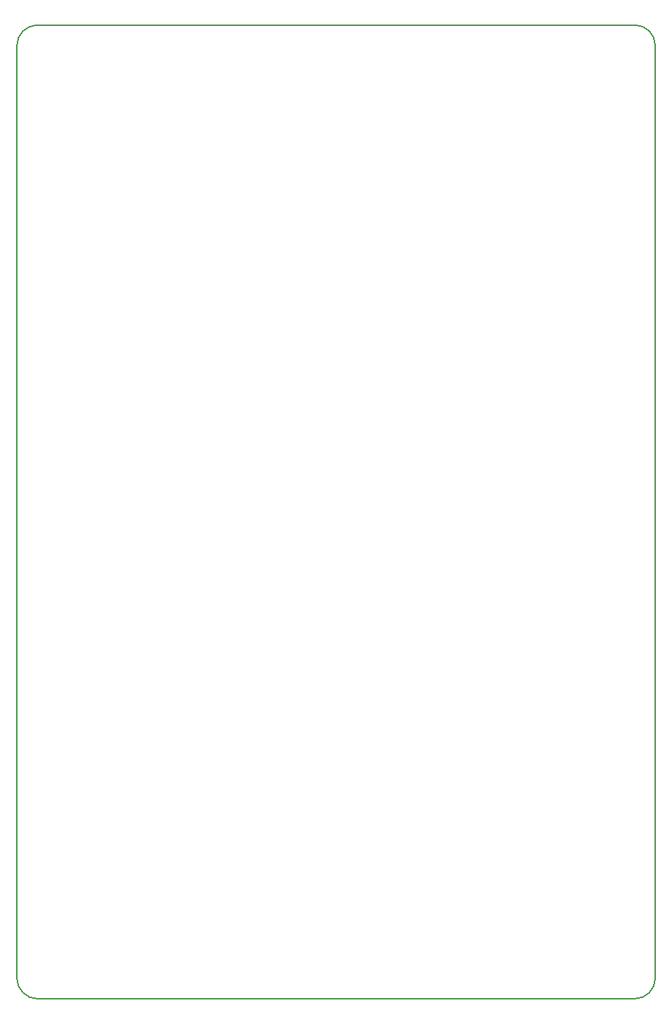
<source format=gm1>
%TF.GenerationSoftware,KiCad,Pcbnew,(6.0.2)*%
%TF.CreationDate,2022-03-23T18:03:12-04:00*%
%TF.ProjectId,RYCpad_pcb,52594370-6164-45f7-9063-622e6b696361,rev?*%
%TF.SameCoordinates,Original*%
%TF.FileFunction,Profile,NP*%
%FSLAX46Y46*%
G04 Gerber Fmt 4.6, Leading zero omitted, Abs format (unit mm)*
G04 Created by KiCad (PCBNEW (6.0.2)) date 2022-03-23 18:03:12*
%MOMM*%
%LPD*%
G01*
G04 APERTURE LIST*
%TA.AperFunction,Profile*%
%ADD10C,0.200000*%
%TD*%
G04 APERTURE END LIST*
D10*
X36075000Y-57624850D02*
G75*
G03*
X38575000Y-55124850I0J2500000D01*
G01*
X-36075000Y60005949D02*
X36075000Y60005949D01*
X-38575000Y-55124850D02*
G75*
G03*
X-36075000Y-57624850I2500000J0D01*
G01*
X-36075000Y60005949D02*
G75*
G03*
X-38575000Y57505949I0J-2500000D01*
G01*
X38575000Y57505949D02*
G75*
G03*
X36075000Y60005949I-2500000J0D01*
G01*
X38575000Y57505949D02*
X38575000Y-55124850D01*
X36075000Y-57624850D02*
X-36075000Y-57624850D01*
X-38575000Y-55124850D02*
X-38575000Y57505950D01*
M02*

</source>
